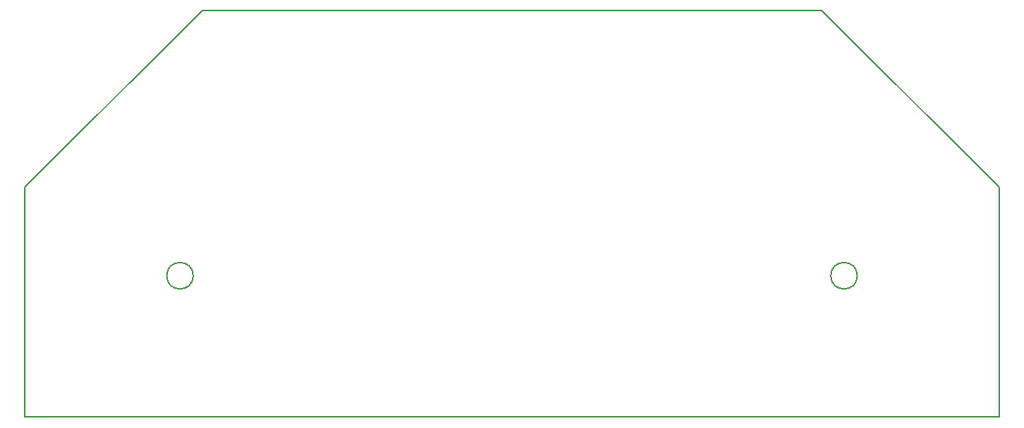
<source format=gbr>
G04 #@! TF.GenerationSoftware,KiCad,Pcbnew,(5.0.0-3-g5ebb6b6)*
G04 #@! TF.CreationDate,2018-09-04T15:17:12-05:00*
G04 #@! TF.ProjectId,Timer,54696D65722E6B696361645F70636200,rev?*
G04 #@! TF.SameCoordinates,PX93d1cc0PY6516e80*
G04 #@! TF.FileFunction,Profile,NP*
%FSLAX46Y46*%
G04 Gerber Fmt 4.6, Leading zero omitted, Abs format (unit mm)*
G04 Created by KiCad (PCBNEW (5.0.0-3-g5ebb6b6)) date Tuesday, September 04, 2018 at 03:17:12 PM*
%MOMM*%
%LPD*%
G01*
G04 APERTURE LIST*
%ADD10C,0.150000*%
G04 APERTURE END LIST*
D10*
X-110000000Y26000000D02*
X-110000000Y0D01*
X-90000000Y46000000D02*
X-110000000Y26000000D01*
X-20000000Y46000000D02*
X-90000000Y46000000D01*
X0Y26000000D02*
X-20000000Y46000000D01*
X0Y26000000D02*
X0Y0D01*
X-110000000Y0D02*
X0Y0D01*
X-91000000Y16000000D02*
G75*
G03X-91000000Y16000000I-1500000J0D01*
G01*
X-16000000Y16000000D02*
G75*
G03X-16000000Y16000000I-1500000J0D01*
G01*
M02*

</source>
